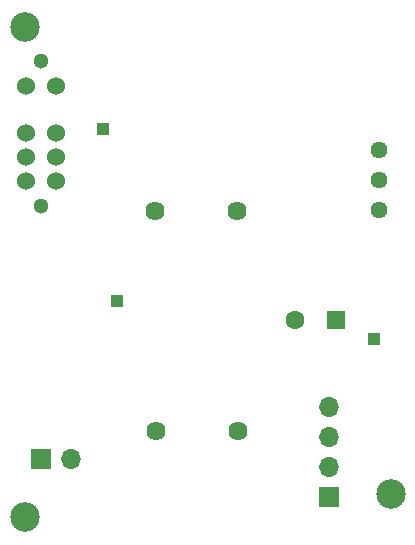
<source format=gbr>
%TF.GenerationSoftware,KiCad,Pcbnew,(5.1.10)-1*%
%TF.CreationDate,2022-05-30T19:02:36+03:00*%
%TF.ProjectId,night-light,6e696768-742d-46c6-9967-68742e6b6963,rev?*%
%TF.SameCoordinates,Original*%
%TF.FileFunction,Soldermask,Bot*%
%TF.FilePolarity,Negative*%
%FSLAX46Y46*%
G04 Gerber Fmt 4.6, Leading zero omitted, Abs format (unit mm)*
G04 Created by KiCad (PCBNEW (5.1.10)-1) date 2022-05-30 19:02:36*
%MOMM*%
%LPD*%
G01*
G04 APERTURE LIST*
%ADD10C,2.500000*%
%ADD11R,1.000000X1.000000*%
%ADD12C,1.300000*%
%ADD13C,1.524000*%
%ADD14C,1.440000*%
%ADD15O,1.700000X1.700000*%
%ADD16R,1.700000X1.700000*%
%ADD17C,1.600000*%
%ADD18R,1.600000X1.600000*%
%ADD19C,1.624000*%
G04 APERTURE END LIST*
D10*
%TO.C,REF\u002A\u002A*%
X55800000Y-60100000D03*
%TD*%
%TO.C,REF\u002A\u002A*%
X24800000Y-20600000D03*
%TD*%
%TO.C,REF\u002A\u002A*%
X24800000Y-62100000D03*
%TD*%
D11*
%TO.C,REF\u002A\u002A*%
X31400000Y-29200000D03*
%TD*%
%TO.C,REF\u002A\u002A*%
X32600000Y-43800000D03*
%TD*%
%TO.C,REF\u002A\u002A*%
X54400000Y-47000000D03*
%TD*%
D12*
%TO.C,SW1*%
X26200000Y-35750000D03*
X26200000Y-23450000D03*
D13*
X24950000Y-33600000D03*
X24950000Y-31600000D03*
X24950000Y-29600000D03*
X24950000Y-25600000D03*
X27450000Y-33600000D03*
X27450000Y-31600000D03*
X27450000Y-29600000D03*
X27450000Y-25600000D03*
%TD*%
D14*
%TO.C,RV1*%
X54800000Y-36080000D03*
X54800000Y-33540000D03*
X54800000Y-31000000D03*
%TD*%
D15*
%TO.C,J2*%
X28740000Y-57200000D03*
D16*
X26200000Y-57200000D03*
%TD*%
D15*
%TO.C,J1*%
X50600000Y-52780000D03*
X50600000Y-55320000D03*
X50600000Y-57860000D03*
D16*
X50600000Y-60400000D03*
%TD*%
D17*
%TO.C,C6*%
X47700000Y-45400000D03*
D18*
X51200000Y-45400000D03*
%TD*%
D19*
%TO.C,C2*%
X35900000Y-54800000D03*
X42900000Y-54800000D03*
%TD*%
%TO.C,C1*%
X35800000Y-36200000D03*
X42800000Y-36200000D03*
%TD*%
M02*

</source>
